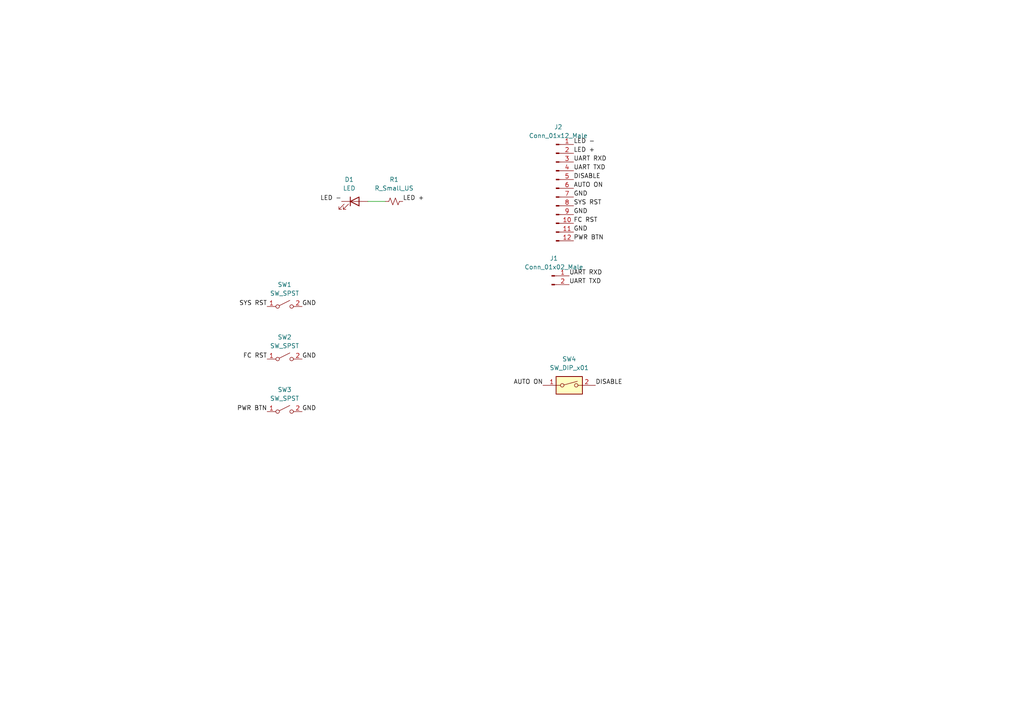
<source format=kicad_sch>
(kicad_sch (version 20211123) (generator eeschema)
  (paper "A4")
  (lib_symbols
    (symbol "Connector:Conn_01x02_Male" (pin_names (offset 1.016) hide)
      (property "Reference" "J" (at 0 2.54 0))
      (property "Value" "Conn_01x02_Male" (at 0 -5.08 0))
      (symbol "Conn_01x02_Male_1_1"
        (polyline (pts (xy 1.27 -2.54) (xy 0.8636 -2.54)) (stroke (width 0.1524)))
        (polyline (pts (xy 1.27 0) (xy 0.8636 0)) (stroke (width 0.1524)))
        (rectangle (start 0.8636 -2.413) (end 0 -2.667) (stroke (width 0.1524)) (fill (type outline)))
        (rectangle (start 0.8636 0.127) (end 0 -0.127) (stroke (width 0.1524)) (fill (type outline)))
        (pin passive line (at 5.08 0 180) (length 3.81) (name "Pin_1") (number "1"))
        (pin passive line (at 5.08 -2.54 180) (length 3.81) (name "Pin_2") (number "2"))
      )
    )
    (symbol "Connector:Conn_01x12_Male" (pin_names (offset 1.016) hide)
      (property "Reference" "J" (at 0 15.24 0))
      (property "Value" "Conn_01x12_Male" (at 0 -17.78 0))
      (symbol "Conn_01x12_Male_1_1"
        (polyline (pts (xy 1.27 -15.24) (xy 0.8636 -15.24)) (stroke (width 0.1524)))
        (polyline (pts (xy 1.27 -12.7) (xy 0.8636 -12.7)) (stroke (width 0.1524)))
        (polyline (pts (xy 1.27 -10.16) (xy 0.8636 -10.16)) (stroke (width 0.1524)))
        (polyline (pts (xy 1.27 -7.62) (xy 0.8636 -7.62)) (stroke (width 0.1524)))
        (polyline (pts (xy 1.27 -5.08) (xy 0.8636 -5.08)) (stroke (width 0.1524)))
        (polyline (pts (xy 1.27 -2.54) (xy 0.8636 -2.54)) (stroke (width 0.1524)))
        (polyline (pts (xy 1.27 0) (xy 0.8636 0)) (stroke (width 0.1524)))
        (polyline (pts (xy 1.27 2.54) (xy 0.8636 2.54)) (stroke (width 0.1524)))
        (polyline (pts (xy 1.27 5.08) (xy 0.8636 5.08)) (stroke (width 0.1524)))
        (polyline (pts (xy 1.27 7.62) (xy 0.8636 7.62)) (stroke (width 0.1524)))
        (polyline (pts (xy 1.27 10.16) (xy 0.8636 10.16)) (stroke (width 0.1524)))
        (polyline (pts (xy 1.27 12.7) (xy 0.8636 12.7)) (stroke (width 0.1524)))
        (rectangle (start 0.8636 -15.113) (end 0 -15.367) (stroke (width 0.1524)) (fill (type outline)))
        (rectangle (start 0.8636 -12.573) (end 0 -12.827) (stroke (width 0.1524)) (fill (type outline)))
        (rectangle (start 0.8636 -10.033) (end 0 -10.287) (stroke (width 0.1524)) (fill (type outline)))
        (rectangle (start 0.8636 -7.493) (end 0 -7.747) (stroke (width 0.1524)) (fill (type outline)))
        (rectangle (start 0.8636 -4.953) (end 0 -5.207) (stroke (width 0.1524)) (fill (type outline)))
        (rectangle (start 0.8636 -2.413) (end 0 -2.667) (stroke (width 0.1524)) (fill (type outline)))
        (rectangle (start 0.8636 0.127) (end 0 -0.127) (stroke (width 0.1524)) (fill (type outline)))
        (rectangle (start 0.8636 2.667) (end 0 2.413) (stroke (width 0.1524)) (fill (type outline)))
        (rectangle (start 0.8636 5.207) (end 0 4.953) (stroke (width 0.1524)) (fill (type outline)))
        (rectangle (start 0.8636 7.747) (end 0 7.493) (stroke (width 0.1524)) (fill (type outline)))
        (rectangle (start 0.8636 10.287) (end 0 10.033) (stroke (width 0.1524)) (fill (type outline)))
        (rectangle (start 0.8636 12.827) (end 0 12.573) (stroke (width 0.1524)) (fill (type outline)))
        (pin passive line (at 5.08 12.7 180) (length 3.81) (name "Pin_1") (number "1"))
        (pin passive line (at 5.08 -10.16 180) (length 3.81) (name "Pin_10") (number "10"))
        (pin passive line (at 5.08 -12.7 180) (length 3.81) (name "Pin_11") (number "11"))
        (pin passive line (at 5.08 -15.24 180) (length 3.81) (name "Pin_12") (number "12"))
        (pin passive line (at 5.08 10.16 180) (length 3.81) (name "Pin_2") (number "2"))
        (pin passive line (at 5.08 7.62 180) (length 3.81) (name "Pin_3") (number "3"))
        (pin passive line (at 5.08 5.08 180) (length 3.81) (name "Pin_4") (number "4"))
        (pin passive line (at 5.08 2.54 180) (length 3.81) (name "Pin_5") (number "5"))
        (pin passive line (at 5.08 0 180) (length 3.81) (name "Pin_6") (number "6"))
        (pin passive line (at 5.08 -2.54 180) (length 3.81) (name "Pin_7") (number "7"))
        (pin passive line (at 5.08 -5.08 180) (length 3.81) (name "Pin_8") (number "8"))
        (pin passive line (at 5.08 -7.62 180) (length 3.81) (name "Pin_9") (number "9"))
      )
    )
    (symbol "Device:LED" (pin_numbers hide) (pin_names (offset 1.016) hide)
      (property "Reference" "D" (at 0 2.54 0))
      (property "Value" "LED" (at 0 -2.54 0))
      (symbol "LED_0_1"
        (polyline (pts (xy -1.27 -1.27) (xy -1.27 1.27)) (stroke (width 0.254)))
        (polyline (pts (xy -1.27 0) (xy 1.27 0)))
        (polyline (pts (xy 1.27 -1.27) (xy 1.27 1.27) (xy -1.27 0) (xy 1.27 -1.27)) (stroke (width 0.254)))
        (polyline (pts (xy -3.048 -0.762) (xy -4.572 -2.286) (xy -3.81 -2.286) (xy -4.572 -2.286) (xy -4.572 -1.524)))
        (polyline (pts (xy -1.778 -0.762) (xy -3.302 -2.286) (xy -2.54 -2.286) (xy -3.302 -2.286) (xy -3.302 -1.524)))
      )
      (symbol "LED_1_1"
        (pin passive line (at -3.81 0 0) (length 2.54) (name "K") (number "1"))
        (pin passive line (at 3.81 0 180) (length 2.54) (name "A") (number "2"))
      )
    )
    (symbol "Device:R_Small_US" (pin_numbers hide) (pin_names (offset 0.254) hide)
      (property "Reference" "R" (at 0.762 0.508 0))
      (property "Value" "R_Small_US" (at 0.762 -1.016 0))
      (symbol "R_Small_US_1_1"
        (polyline (pts (xy 0 0) (xy 1.016 -0.381) (xy 0 -0.762) (xy -1.016 -1.143) (xy 0 -1.524)))
        (polyline (pts (xy 0 1.524) (xy 1.016 1.143) (xy 0 0.762) (xy -1.016 0.381) (xy 0 0)))
        (pin passive line (at 0 2.54 270) (length 1.016) (name "~") (number "1"))
        (pin passive line (at 0 -2.54 90) (length 1.016) (name "~") (number "2"))
      )
    )
    (symbol "Switch:SW_DIP_x01" (pin_names (offset 0) hide)
      (property "Reference" "SW" (at 0 3.81 0))
      (property "Value" "SW_DIP_x01" (at 0 -3.81 0))
      (symbol "SW_DIP_x01_0_0"
        (circle (center -2.032 0) (radius 0.508))
        (polyline (pts (xy -1.524 0.127) (xy 2.3622 1.1684)))
        (circle (center 2.032 0) (radius 0.508))
      )
      (symbol "SW_DIP_x01_0_1"
        (rectangle (start -3.81 2.54) (end 3.81 -2.54) (stroke (width 0.254)) (fill (type background)))
      )
      (symbol "SW_DIP_x01_1_1"
        (pin passive line (at -7.62 0 0) (length 5.08) (name "~") (number "1"))
        (pin passive line (at 7.62 0 180) (length 5.08) (name "~") (number "2"))
      )
    )
    (symbol "Switch:SW_SPST" (pin_names (offset 0) hide)
      (property "Reference" "SW" (at 0 3.175 0))
      (property "Value" "SW_SPST" (at 0 -2.54 0))
      (symbol "SW_SPST_0_0"
        (circle (center -2.032 0) (radius 0.508))
        (polyline (pts (xy -1.524 0.254) (xy 1.524 1.778)))
        (circle (center 2.032 0) (radius 0.508))
      )
      (symbol "SW_SPST_1_1"
        (pin passive line (at -5.08 0 0) (length 2.54) (name "A") (number "1"))
        (pin passive line (at 5.08 0 180) (length 2.54) (name "B") (number "2"))
      )
    )
  )
  (wire (pts (xy 106.68 58.42) (xy 111.76 58.42)))
  (label "FC RST" (at 166.37 64.77 0))
  (label "GND" (at 87.63 119.38 0))
  (label "SYS RST" (at 77.47 88.9 180))
  (label "LED +" (at 116.84 58.42 0))
  (label "FC RST" (at 77.47 104.14 180))
  (label "UART TXD" (at 165.1 82.55 0))
  (label "LED +" (at 166.37 44.45 0))
  (label "LED -" (at 166.37 41.91 0))
  (label "UART RXD" (at 165.1 80.01 0))
  (label "PWR BTN" (at 166.37 69.85 0))
  (label "DISABLE" (at 172.72 111.76 0))
  (label "SYS RST" (at 166.37 59.69 0))
  (label "UART RXD" (at 166.37 46.99 0))
  (label "UART TXD" (at 166.37 49.53 0))
  (label "PWR BTN" (at 77.47 119.38 180))
  (label "GND" (at 166.37 62.23 0))
  (label "LED -" (at 99.06 58.42 180))
  (label "GND" (at 87.63 88.9 0))
  (label "GND" (at 166.37 57.15 0))
  (label "AUTO ON" (at 166.37 54.61 0))
  (label "GND" (at 166.37 67.31 0))
  (label "AUTO ON" (at 157.48 111.76 180))
  (label "DISABLE" (at 166.37 52.07 0))
  (label "GND" (at 87.63 104.14 0))
  (symbol (lib_id "Switch:SW_SPST") (at 82.55 104.14 0) (unit 1)
    (property "Reference" "SW2" (at 82.55 97.79 0))
    (property "Value" "SW_SPST" (at 82.55 100.33 0))
  )
  (symbol (lib_id "Switch:SW_SPST") (at 82.55 88.9 0) (unit 1)
    (property "Reference" "SW1" (at 82.55 82.55 0))
    (property "Value" "SW_SPST" (at 82.55 85.09 0))
  )
  (symbol (lib_id "Connector:Conn_01x02_Male") (at 160.02 80.01 0) (unit 1)
    (property "Reference" "J1" (at 160.655 74.93 0))
    (property "Value" "Conn_01x02_Male" (at 160.655 77.47 0))
    (property "Footprint" "Connector_PinSocket_2.54mm:PinSocket_1x02_P2.54mm_Vertical" (effects hide))
  )
  (symbol (lib_id "Connector:Conn_01x12_Male") (at 161.29 54.61 0) (unit 1)
    (property "Reference" "J2" (at 161.925 36.83 0))
    (property "Value" "Conn_01x12_Male" (at 161.925 39.37 0))
    (property "Footprint" "Connector_PinSocket_2.54mm:PinSocket_1x12_P2.54mm_Vertical" (effects hide))
  )
  (symbol (lib_id "Switch:SW_SPST") (at 82.55 119.38 0) (unit 1)
    (property "Reference" "SW3" (at 82.55 113.03 0))
    (property "Value" "SW_SPST" (at 82.55 115.57 0))
  )
  (symbol (lib_id "Device:R_Small_US") (at 114.3 58.42 90) (unit 1)
    (property "Reference" "R1" (at 114.3 52.07 90))
    (property "Value" "R_Small_US" (at 114.3 54.61 90))
    (property "Footprint" "Resistor_SMD:R_0805_2012Metric" (effects hide))
  )
  (symbol (lib_id "Device:LED") (at 102.87 58.42 0) (unit 1)
    (property "Reference" "D1" (at 101.2825 52.07 0))
    (property "Value" "LED" (at 101.2825 54.61 0))
    (property "Footprint" "LED_THT:LED_D3.0mm_Clear" (effects hide))
  )
  (symbol (lib_id "Switch:SW_DIP_x01") (at 165.1 111.76 0) (unit 1)
    (property "Reference" "SW4" (at 165.1 104.14 0))
    (property "Value" "SW_DIP_x01" (at 165.1 106.68 0))
  )
)
</source>
